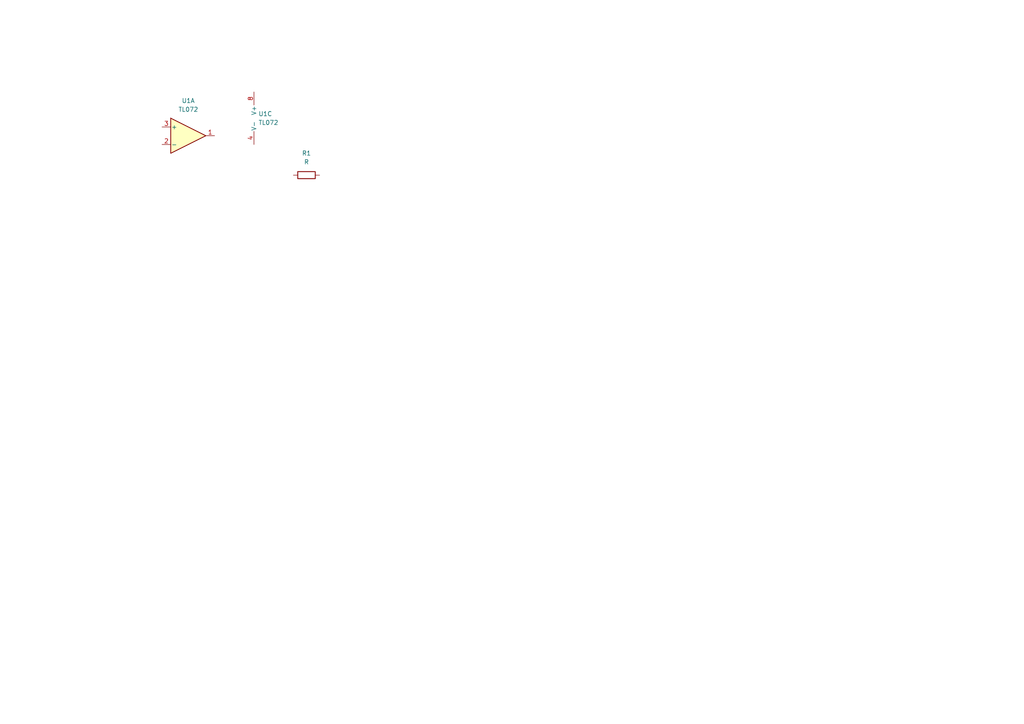
<source format=kicad_sch>
(kicad_sch (version 20211123) (generator eeschema)
  (paper "A4")
  (lib_symbols
    (symbol "Amplifier_Operational:TL072" (pin_names (offset 0.127))
      (property "Reference" "U" (at 0 5.08 0))
      (property "Value" "TL072" (at 0 -5.08 0))
      (symbol "TL072_1_1"
        (polyline (pts (xy -5.08 5.08) (xy 5.08 0) (xy -5.08 -5.08) (xy -5.08 5.08)) (stroke (width 0.254)) (fill (type background)))
        (pin output line (at 7.62 0 180) (length 2.54) (name "~") (number "1"))
        (pin input line (at -7.62 -2.54 0) (length 2.54) (name "-") (number "2"))
        (pin input line (at -7.62 2.54 0) (length 2.54) (name "+") (number "3"))
      )
      (symbol "TL072_2_1"
        (polyline (pts (xy -5.08 5.08) (xy 5.08 0) (xy -5.08 -5.08) (xy -5.08 5.08)) (stroke (width 0.254)) (fill (type background)))
        (pin input line (at -7.62 2.54 0) (length 2.54) (name "+") (number "5"))
        (pin input line (at -7.62 -2.54 0) (length 2.54) (name "-") (number "6"))
        (pin output line (at 7.62 0 180) (length 2.54) (name "~") (number "7"))
      )
      (symbol "TL072_3_1"
        (pin power_in line (at -2.54 -7.62 90) (length 3.81) (name "V-") (number "4"))
        (pin power_in line (at -2.54 7.62 270) (length 3.81) (name "V+") (number "8"))
      )
    )
    (symbol "Device:R" (pin_numbers hide) (pin_names (offset 0))
      (property "Reference" "R" (at 2.032 0 90))
      (property "Value" "R" (at 0 0 90))
      (symbol "R_0_1"
        (rectangle (start -1.016 -2.54) (end 1.016 2.54) (stroke (width 0.254)))
      )
      (symbol "R_1_1"
        (pin passive line (at 0 3.81 270) (length 1.27) (name "~") (number "1"))
        (pin passive line (at 0 -3.81 90) (length 1.27) (name "~") (number "2"))
      )
    )
  )
  (symbol (lib_id "Amplifier_Operational:TL072") (at 76.2 34.29 0) (unit 3)
    (property "Reference" "U1" (at 74.93 33.0199 0) (effects (justify left)))
    (property "Value" "TL072" (at 74.93 35.5599 0) (effects (justify left)))
    (property "Datasheet" "http://www.ti.com/lit/ds/symlink/tl071.pdf" (effects hide))
  )
  (symbol (lib_id "Amplifier_Operational:TL072") (at 54.61 39.37 0) (unit 1)
    (property "Reference" "U1" (at 54.61 29.21 0))
    (property "Value" "TL072" (at 54.61 31.75 0))
    (property "Datasheet" "http://www.ti.com/lit/ds/symlink/tl071.pdf" (effects hide))
  )
  (symbol (lib_id "Device:R") (at 88.9 50.8 90) (unit 1)
    (property "Reference" "R1" (at 88.9 44.45 90))
    (property "Value" "R" (at 88.9 46.99 90))
  )
)
</source>
